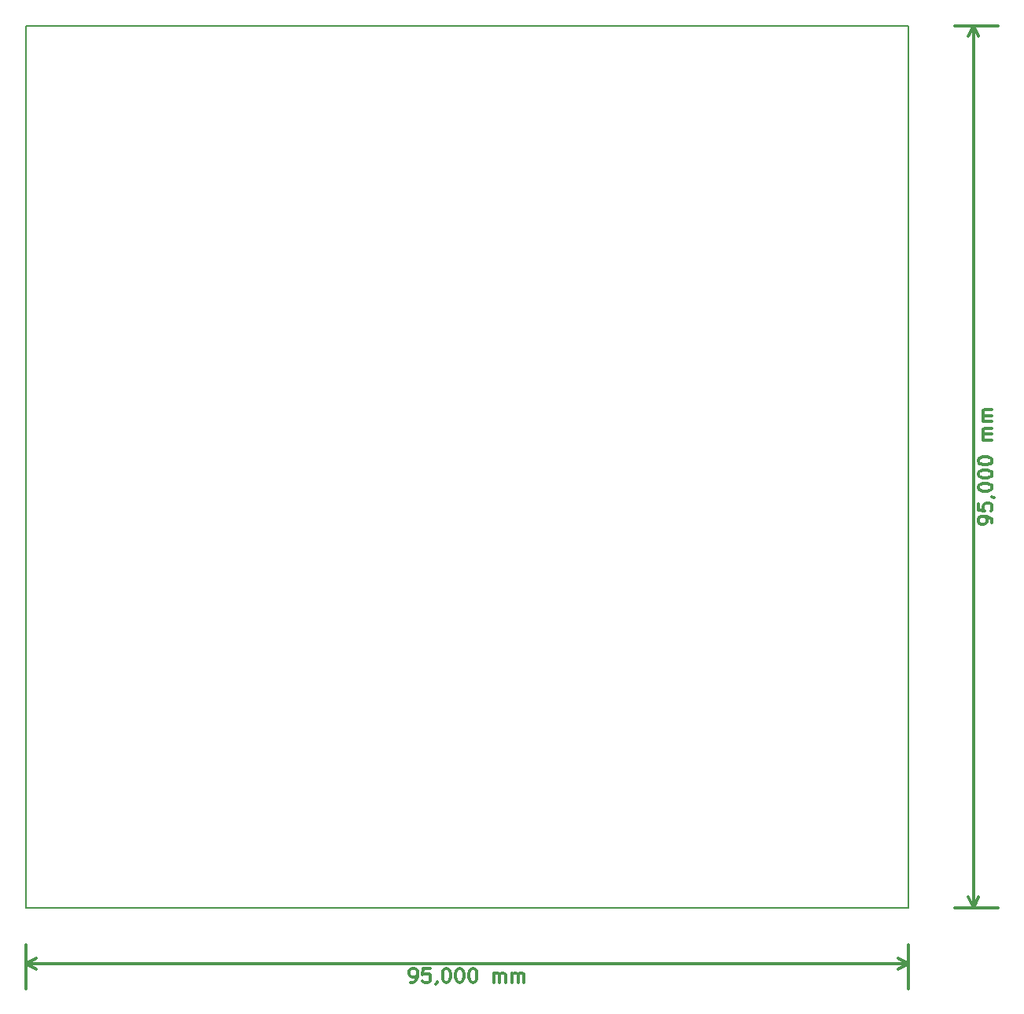
<source format=gbr>
G04 #@! TF.FileFunction,Legend,Bot*
%FSLAX46Y46*%
G04 Gerber Fmt 4.6, Leading zero omitted, Abs format (unit mm)*
G04 Created by KiCad (PCBNEW 4.0.7-e2-6376~58~ubuntu16.04.1) date Wed Jun 27 11:11:34 2018*
%MOMM*%
%LPD*%
G01*
G04 APERTURE LIST*
%ADD10C,0.100000*%
%ADD11C,0.300000*%
%ADD12C,0.200000*%
G04 APERTURE END LIST*
D10*
D11*
X144028571Y-124571428D02*
X144028571Y-124285713D01*
X143957143Y-124142856D01*
X143885714Y-124071428D01*
X143671429Y-123928570D01*
X143385714Y-123857142D01*
X142814286Y-123857142D01*
X142671429Y-123928570D01*
X142600000Y-123999999D01*
X142528571Y-124142856D01*
X142528571Y-124428570D01*
X142600000Y-124571428D01*
X142671429Y-124642856D01*
X142814286Y-124714285D01*
X143171429Y-124714285D01*
X143314286Y-124642856D01*
X143385714Y-124571428D01*
X143457143Y-124428570D01*
X143457143Y-124142856D01*
X143385714Y-123999999D01*
X143314286Y-123928570D01*
X143171429Y-123857142D01*
X142528571Y-122499999D02*
X142528571Y-123214285D01*
X143242857Y-123285714D01*
X143171429Y-123214285D01*
X143100000Y-123071428D01*
X143100000Y-122714285D01*
X143171429Y-122571428D01*
X143242857Y-122499999D01*
X143385714Y-122428571D01*
X143742857Y-122428571D01*
X143885714Y-122499999D01*
X143957143Y-122571428D01*
X144028571Y-122714285D01*
X144028571Y-123071428D01*
X143957143Y-123214285D01*
X143885714Y-123285714D01*
X143957143Y-121714286D02*
X144028571Y-121714286D01*
X144171429Y-121785714D01*
X144242857Y-121857143D01*
X142528571Y-120785714D02*
X142528571Y-120642857D01*
X142600000Y-120500000D01*
X142671429Y-120428571D01*
X142814286Y-120357142D01*
X143100000Y-120285714D01*
X143457143Y-120285714D01*
X143742857Y-120357142D01*
X143885714Y-120428571D01*
X143957143Y-120500000D01*
X144028571Y-120642857D01*
X144028571Y-120785714D01*
X143957143Y-120928571D01*
X143885714Y-121000000D01*
X143742857Y-121071428D01*
X143457143Y-121142857D01*
X143100000Y-121142857D01*
X142814286Y-121071428D01*
X142671429Y-121000000D01*
X142600000Y-120928571D01*
X142528571Y-120785714D01*
X142528571Y-119357143D02*
X142528571Y-119214286D01*
X142600000Y-119071429D01*
X142671429Y-119000000D01*
X142814286Y-118928571D01*
X143100000Y-118857143D01*
X143457143Y-118857143D01*
X143742857Y-118928571D01*
X143885714Y-119000000D01*
X143957143Y-119071429D01*
X144028571Y-119214286D01*
X144028571Y-119357143D01*
X143957143Y-119500000D01*
X143885714Y-119571429D01*
X143742857Y-119642857D01*
X143457143Y-119714286D01*
X143100000Y-119714286D01*
X142814286Y-119642857D01*
X142671429Y-119571429D01*
X142600000Y-119500000D01*
X142528571Y-119357143D01*
X142528571Y-117928572D02*
X142528571Y-117785715D01*
X142600000Y-117642858D01*
X142671429Y-117571429D01*
X142814286Y-117500000D01*
X143100000Y-117428572D01*
X143457143Y-117428572D01*
X143742857Y-117500000D01*
X143885714Y-117571429D01*
X143957143Y-117642858D01*
X144028571Y-117785715D01*
X144028571Y-117928572D01*
X143957143Y-118071429D01*
X143885714Y-118142858D01*
X143742857Y-118214286D01*
X143457143Y-118285715D01*
X143100000Y-118285715D01*
X142814286Y-118214286D01*
X142671429Y-118142858D01*
X142600000Y-118071429D01*
X142528571Y-117928572D01*
X144028571Y-115642858D02*
X143028571Y-115642858D01*
X143171429Y-115642858D02*
X143100000Y-115571430D01*
X143028571Y-115428572D01*
X143028571Y-115214287D01*
X143100000Y-115071430D01*
X143242857Y-115000001D01*
X144028571Y-115000001D01*
X143242857Y-115000001D02*
X143100000Y-114928572D01*
X143028571Y-114785715D01*
X143028571Y-114571430D01*
X143100000Y-114428572D01*
X143242857Y-114357144D01*
X144028571Y-114357144D01*
X144028571Y-113642858D02*
X143028571Y-113642858D01*
X143171429Y-113642858D02*
X143100000Y-113571430D01*
X143028571Y-113428572D01*
X143028571Y-113214287D01*
X143100000Y-113071430D01*
X143242857Y-113000001D01*
X144028571Y-113000001D01*
X143242857Y-113000001D02*
X143100000Y-112928572D01*
X143028571Y-112785715D01*
X143028571Y-112571430D01*
X143100000Y-112428572D01*
X143242857Y-112357144D01*
X144028571Y-112357144D01*
X142000000Y-166000000D02*
X142000000Y-71000000D01*
X140000000Y-166000000D02*
X144700000Y-166000000D01*
X140000000Y-71000000D02*
X144700000Y-71000000D01*
X142000000Y-71000000D02*
X142586421Y-72126504D01*
X142000000Y-71000000D02*
X141413579Y-72126504D01*
X142000000Y-166000000D02*
X142586421Y-164873496D01*
X142000000Y-166000000D02*
X141413579Y-164873496D01*
X81428572Y-174028571D02*
X81714287Y-174028571D01*
X81857144Y-173957143D01*
X81928572Y-173885714D01*
X82071430Y-173671429D01*
X82142858Y-173385714D01*
X82142858Y-172814286D01*
X82071430Y-172671429D01*
X82000001Y-172600000D01*
X81857144Y-172528571D01*
X81571430Y-172528571D01*
X81428572Y-172600000D01*
X81357144Y-172671429D01*
X81285715Y-172814286D01*
X81285715Y-173171429D01*
X81357144Y-173314286D01*
X81428572Y-173385714D01*
X81571430Y-173457143D01*
X81857144Y-173457143D01*
X82000001Y-173385714D01*
X82071430Y-173314286D01*
X82142858Y-173171429D01*
X83500001Y-172528571D02*
X82785715Y-172528571D01*
X82714286Y-173242857D01*
X82785715Y-173171429D01*
X82928572Y-173100000D01*
X83285715Y-173100000D01*
X83428572Y-173171429D01*
X83500001Y-173242857D01*
X83571429Y-173385714D01*
X83571429Y-173742857D01*
X83500001Y-173885714D01*
X83428572Y-173957143D01*
X83285715Y-174028571D01*
X82928572Y-174028571D01*
X82785715Y-173957143D01*
X82714286Y-173885714D01*
X84285714Y-173957143D02*
X84285714Y-174028571D01*
X84214286Y-174171429D01*
X84142857Y-174242857D01*
X85214286Y-172528571D02*
X85357143Y-172528571D01*
X85500000Y-172600000D01*
X85571429Y-172671429D01*
X85642858Y-172814286D01*
X85714286Y-173100000D01*
X85714286Y-173457143D01*
X85642858Y-173742857D01*
X85571429Y-173885714D01*
X85500000Y-173957143D01*
X85357143Y-174028571D01*
X85214286Y-174028571D01*
X85071429Y-173957143D01*
X85000000Y-173885714D01*
X84928572Y-173742857D01*
X84857143Y-173457143D01*
X84857143Y-173100000D01*
X84928572Y-172814286D01*
X85000000Y-172671429D01*
X85071429Y-172600000D01*
X85214286Y-172528571D01*
X86642857Y-172528571D02*
X86785714Y-172528571D01*
X86928571Y-172600000D01*
X87000000Y-172671429D01*
X87071429Y-172814286D01*
X87142857Y-173100000D01*
X87142857Y-173457143D01*
X87071429Y-173742857D01*
X87000000Y-173885714D01*
X86928571Y-173957143D01*
X86785714Y-174028571D01*
X86642857Y-174028571D01*
X86500000Y-173957143D01*
X86428571Y-173885714D01*
X86357143Y-173742857D01*
X86285714Y-173457143D01*
X86285714Y-173100000D01*
X86357143Y-172814286D01*
X86428571Y-172671429D01*
X86500000Y-172600000D01*
X86642857Y-172528571D01*
X88071428Y-172528571D02*
X88214285Y-172528571D01*
X88357142Y-172600000D01*
X88428571Y-172671429D01*
X88500000Y-172814286D01*
X88571428Y-173100000D01*
X88571428Y-173457143D01*
X88500000Y-173742857D01*
X88428571Y-173885714D01*
X88357142Y-173957143D01*
X88214285Y-174028571D01*
X88071428Y-174028571D01*
X87928571Y-173957143D01*
X87857142Y-173885714D01*
X87785714Y-173742857D01*
X87714285Y-173457143D01*
X87714285Y-173100000D01*
X87785714Y-172814286D01*
X87857142Y-172671429D01*
X87928571Y-172600000D01*
X88071428Y-172528571D01*
X90357142Y-174028571D02*
X90357142Y-173028571D01*
X90357142Y-173171429D02*
X90428570Y-173100000D01*
X90571428Y-173028571D01*
X90785713Y-173028571D01*
X90928570Y-173100000D01*
X90999999Y-173242857D01*
X90999999Y-174028571D01*
X90999999Y-173242857D02*
X91071428Y-173100000D01*
X91214285Y-173028571D01*
X91428570Y-173028571D01*
X91571428Y-173100000D01*
X91642856Y-173242857D01*
X91642856Y-174028571D01*
X92357142Y-174028571D02*
X92357142Y-173028571D01*
X92357142Y-173171429D02*
X92428570Y-173100000D01*
X92571428Y-173028571D01*
X92785713Y-173028571D01*
X92928570Y-173100000D01*
X92999999Y-173242857D01*
X92999999Y-174028571D01*
X92999999Y-173242857D02*
X93071428Y-173100000D01*
X93214285Y-173028571D01*
X93428570Y-173028571D01*
X93571428Y-173100000D01*
X93642856Y-173242857D01*
X93642856Y-174028571D01*
X40000000Y-172000000D02*
X135000000Y-172000000D01*
X40000000Y-170000000D02*
X40000000Y-174700000D01*
X135000000Y-170000000D02*
X135000000Y-174700000D01*
X135000000Y-172000000D02*
X133873496Y-172586421D01*
X135000000Y-172000000D02*
X133873496Y-171413579D01*
X40000000Y-172000000D02*
X41126504Y-172586421D01*
X40000000Y-172000000D02*
X41126504Y-171413579D01*
D12*
X135000000Y-71000000D02*
X40000000Y-71000000D01*
X135000000Y-166000000D02*
X135000000Y-71000000D01*
X40000000Y-166000000D02*
X40000000Y-71000000D01*
X135000000Y-166000000D02*
X40000000Y-166000000D01*
M02*

</source>
